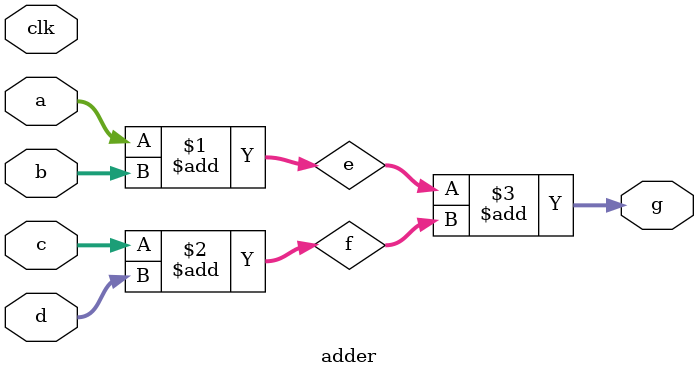
<source format=v>

module adder(a,b,c,d,clk,g);
input clk;        
input signed[18:0] a,b,c,d;     //.0
output signed[18:0] g;          
wire signed[18:0]e,f;
assign e = a+b;
assign f = c+d;
assign g= e+f;

endmodule


</source>
